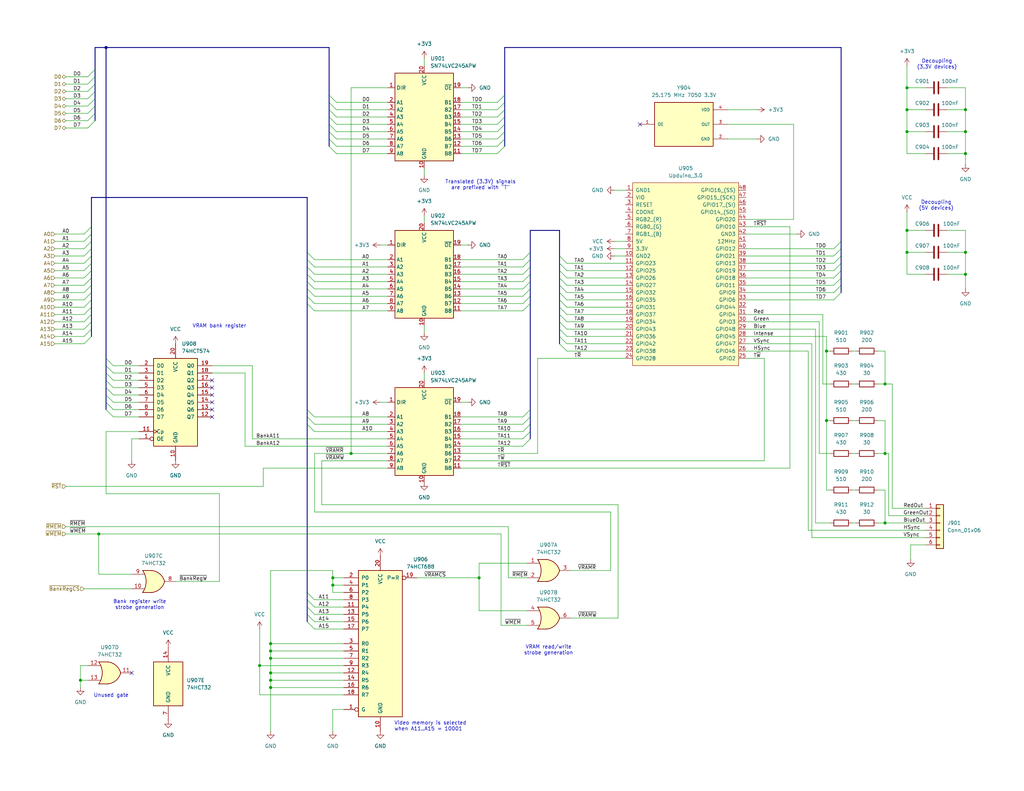
<source format=kicad_sch>
(kicad_sch (version 20250114) (generator "eeschema") (generator_version "9.0")
  (paper "User" 355.6 274.777)
  (title_block (title "FPGA Display Controller") (company "daveho hacks"))
  (text "Unused gate" (at 32.512 241.554 0) (effects (font (size 1.27 1.27)) (justify left)))
  (text "Translated (3.3V) signals\nare prefixed with \"T\"" (at 166.878 64.262 0) (effects (font (size 1.27 1.27))))
  (text "Video memory is selected\nwhen A11..A15 = 10001" (at 136.906 252.222 0) (effects (font (size 1.27 1.27)) (justify left)))
  (text "Bank register write\nstrobe generation" (at 48.514 210.058 0) (effects (font (size 1.27 1.27))))
  (text "Decoupling\n(5V devices)" (at 325.12 71.374 0) (effects (font (size 1.27 1.27))))
  (text "VRAM read/write\nstrobe generation" (at 190.5 225.806 0) (effects (font (size 1.27 1.27))))
  (text "VRAM bank register" (at 66.802 113.284 0) (effects (font (size 1.27 1.27)) (justify left)))
  (text "Decoupling\n(3.3V devices)" (at 325.374 22.352 0) (effects (font (size 1.27 1.27))))
  (junction (at 166.37 200.66))
  (junction (at 314.96 87.63))
  (junction (at 335.28 38.1))
  (junction (at 314.96 38.1))
  (junction (at 93.98 233.68))
  (junction (at 121.92 157.48))
  (junction (at 335.28 95.25))
  (junction (at 335.28 45.72))
  (junction (at 307.34 133.35))
  (junction (at 90.17 231.14))
  (junction (at 314.96 80.01))
  (junction (at 93.98 238.76))
  (junction (at 27.94 236.22))
  (junction (at 115.57 200.66))
  (junction (at 93.98 236.22))
  (junction (at 287.02 121.92))
  (junction (at 335.28 87.63))
  (junction (at 287.02 146.05))
  (junction (at 93.98 226.06))
  (junction (at 307.34 181.61))
  (junction (at 314.96 30.48))
  (junction (at 36.83 16.51))
  (junction (at 115.57 203.2))
  (junction (at 314.96 45.72))
  (junction (at 93.98 223.52))
  (junction (at 335.28 53.34))
  (junction (at 34.29 185.42))
  (junction (at 307.34 157.48))
  (junction (at 93.98 228.6))
  (no_connect (at 45.72 233.68))
  (no_connect (at 73.66 142.24))
  (no_connect (at 73.66 144.78))
  (no_connect (at 73.66 137.16))
  (no_connect (at 73.66 139.7))
  (no_connect (at 73.66 134.62))
  (no_connect (at 73.66 132.08))
  (no_connect (at 222.25 43.18))
  (bus_entry (at 29.21 93.98) (size 2.54 -2.54))
  (bus_entry (at 181.61 102.87) (size 2.54 -2.54))
  (bus_entry (at 29.21 99.06) (size 2.54 -2.54))
  (bus_entry (at 109.22 92.71) (size -2.54 -2.54))
  (bus_entry (at 116.84 35.56) (size -2.54 -2.54))
  (bus_entry (at 194.31 104.14) (size 2.54 2.54))
  (bus_entry (at 181.61 97.79) (size 2.54 -2.54))
  (bus_entry (at 172.72 40.64) (size 2.54 -2.54))
  (bus_entry (at 30.48 34.29) (size 2.54 -2.54))
  (bus_entry (at 172.72 45.72) (size 2.54 -2.54))
  (bus_entry (at 29.21 96.52) (size 2.54 -2.54))
  (bus_entry (at 106.68 210.82) (size 2.54 2.54))
  (bus_entry (at 30.48 31.75) (size 2.54 -2.54))
  (bus_entry (at 106.68 208.28) (size 2.54 2.54))
  (bus_entry (at 109.22 144.78) (size -2.54 -2.54))
  (bus_entry (at 29.21 81.28) (size 2.54 -2.54))
  (bus_entry (at 36.83 127) (size 2.54 2.54))
  (bus_entry (at 181.61 100.33) (size 2.54 -2.54))
  (bus_entry (at 29.21 111.76) (size 2.54 -2.54))
  (bus_entry (at 30.48 36.83) (size 2.54 -2.54))
  (bus_entry (at 116.84 53.34) (size -2.54 -2.54))
  (bus_entry (at 30.48 26.67) (size 2.54 -2.54))
  (bus_entry (at 109.22 149.86) (size -2.54 -2.54))
  (bus_entry (at 194.31 96.52) (size 2.54 2.54))
  (bus_entry (at 289.56 88.9) (size 2.54 -2.54))
  (bus_entry (at 116.84 40.64) (size -2.54 -2.54))
  (bus_entry (at 36.83 129.54) (size 2.54 2.54))
  (bus_entry (at 109.22 105.41) (size -2.54 -2.54))
  (bus_entry (at 36.83 134.62) (size 2.54 2.54))
  (bus_entry (at 106.68 205.74) (size 2.54 2.54))
  (bus_entry (at 36.83 132.08) (size 2.54 2.54))
  (bus_entry (at 194.31 99.06) (size 2.54 2.54))
  (bus_entry (at 172.72 53.34) (size 2.54 -2.54))
  (bus_entry (at 289.56 86.36) (size 2.54 -2.54))
  (bus_entry (at 181.61 152.4) (size 2.54 -2.54))
  (bus_entry (at 29.21 106.68) (size 2.54 -2.54))
  (bus_entry (at 172.72 48.26) (size 2.54 -2.54))
  (bus_entry (at 30.48 41.91) (size 2.54 -2.54))
  (bus_entry (at 29.21 109.22) (size 2.54 -2.54))
  (bus_entry (at 289.56 104.14) (size 2.54 -2.54))
  (bus_entry (at 29.21 88.9) (size 2.54 -2.54))
  (bus_entry (at 289.56 91.44) (size 2.54 -2.54))
  (bus_entry (at 116.84 45.72) (size -2.54 -2.54))
  (bus_entry (at 194.31 91.44) (size 2.54 2.54))
  (bus_entry (at 116.84 43.18) (size -2.54 -2.54))
  (bus_entry (at 194.31 116.84) (size 2.54 2.54))
  (bus_entry (at 289.56 93.98) (size 2.54 -2.54))
  (bus_entry (at 29.21 104.14) (size 2.54 -2.54))
  (bus_entry (at 36.83 137.16) (size 2.54 2.54))
  (bus_entry (at 194.31 106.68) (size 2.54 2.54))
  (bus_entry (at 194.31 119.38) (size 2.54 2.54))
  (bus_entry (at 172.72 43.18) (size 2.54 -2.54))
  (bus_entry (at 109.22 97.79) (size -2.54 -2.54))
  (bus_entry (at 181.61 90.17) (size 2.54 -2.54))
  (bus_entry (at 194.31 93.98) (size 2.54 2.54))
  (bus_entry (at 194.31 111.76) (size 2.54 2.54))
  (bus_entry (at 29.21 83.82) (size 2.54 -2.54))
  (bus_entry (at 116.84 48.26) (size -2.54 -2.54))
  (bus_entry (at 106.68 213.36) (size 2.54 2.54))
  (bus_entry (at 109.22 107.95) (size -2.54 -2.54))
  (bus_entry (at 194.31 109.22) (size 2.54 2.54))
  (bus_entry (at 29.21 116.84) (size 2.54 -2.54))
  (bus_entry (at 172.72 50.8) (size 2.54 -2.54))
  (bus_entry (at 289.56 101.6) (size 2.54 -2.54))
  (bus_entry (at 289.56 96.52) (size 2.54 -2.54))
  (bus_entry (at 172.72 38.1) (size 2.54 -2.54))
  (bus_entry (at 289.56 99.06) (size 2.54 -2.54))
  (bus_entry (at 116.84 50.8) (size -2.54 -2.54))
  (bus_entry (at 109.22 100.33) (size -2.54 -2.54))
  (bus_entry (at 181.61 149.86) (size 2.54 -2.54))
  (bus_entry (at 29.21 114.3) (size 2.54 -2.54))
  (bus_entry (at 194.31 114.3) (size 2.54 2.54))
  (bus_entry (at 29.21 119.38) (size 2.54 -2.54))
  (bus_entry (at 109.22 95.25) (size -2.54 -2.54))
  (bus_entry (at 30.48 39.37) (size 2.54 -2.54))
  (bus_entry (at 181.61 154.94) (size 2.54 -2.54))
  (bus_entry (at 181.61 144.78) (size 2.54 -2.54))
  (bus_entry (at 181.61 147.32) (size 2.54 -2.54))
  (bus_entry (at 29.21 101.6) (size 2.54 -2.54))
  (bus_entry (at 194.31 88.9) (size 2.54 2.54))
  (bus_entry (at 109.22 147.32) (size -2.54 -2.54))
  (bus_entry (at 30.48 44.45) (size 2.54 -2.54))
  (bus_entry (at 116.84 38.1) (size -2.54 -2.54))
  (bus_entry (at 109.22 102.87) (size -2.54 -2.54))
  (bus_entry (at 106.68 215.9) (size 2.54 2.54))
  (bus_entry (at 36.83 139.7) (size 2.54 2.54))
  (bus_entry (at 109.22 90.17) (size -2.54 -2.54))
  (bus_entry (at 36.83 124.46) (size 2.54 2.54))
  (bus_entry (at 194.31 101.6) (size 2.54 2.54))
  (bus_entry (at 181.61 105.41) (size 2.54 -2.54))
  (bus_entry (at 29.21 86.36) (size 2.54 -2.54))
  (bus_entry (at 181.61 107.95) (size 2.54 -2.54))
  (bus_entry (at 181.61 95.25) (size 2.54 -2.54))
  (bus_entry (at 29.21 91.44) (size 2.54 -2.54))
  (bus_entry (at 36.83 142.24) (size 2.54 2.54))
  (bus_entry (at 181.61 92.71) (size 2.54 -2.54))
  (bus_entry (at 30.48 29.21) (size 2.54 -2.54))
  (bus_entry (at 172.72 35.56) (size 2.54 -2.54))
  (wire (pts (xy 19.05 81.28) (xy 29.21 81.28)))
  (bus (pts (xy 33.02 31.75) (xy 33.02 29.21)))
  (wire (pts (xy 335.28 80.01) (xy 335.28 87.63)))
  (wire (pts (xy 304.8 121.92) (xy 307.34 121.92)))
  (bus (pts (xy 114.3 33.02) (xy 114.3 35.56)))
  (wire (pts (xy 307.34 157.48) (xy 304.8 157.48)))
  (wire (pts (xy 76.2 201.93) (xy 76.2 171.45)))
  (bus (pts (xy 292.1 91.44) (xy 292.1 93.98)))
  (bus (pts (xy 36.83 129.54) (xy 36.83 132.08)))
  (bus (pts (xy 292.1 88.9) (xy 292.1 91.44)))
  (wire (pts (xy 196.85 93.98) (xy 217.17 93.98)))
  (wire (pts (xy 109.22 177.8) (xy 109.22 157.48)))
  (wire (pts (xy 196.85 119.38) (xy 217.17 119.38)))
  (wire (pts (xy 259.08 81.28) (xy 276.86 81.28)))
  (wire (pts (xy 119.38 205.74) (xy 115.57 205.74)))
  (bus (pts (xy 184.15 149.86) (xy 184.15 147.32)))
  (wire (pts (xy 160.02 48.26) (xy 172.72 48.26)))
  (wire (pts (xy 160.02 139.7) (xy 162.56 139.7)))
  (wire (pts (xy 121.92 157.48) (xy 121.92 30.48)))
  (wire (pts (xy 160.02 107.95) (xy 181.61 107.95)))
  (bus (pts (xy 114.3 48.26) (xy 114.3 50.8)))
  (wire (pts (xy 116.84 50.8) (xy 134.62 50.8)))
  (wire (pts (xy 19.05 111.76) (xy 29.21 111.76)))
  (wire (pts (xy 288.29 170.18) (xy 287.02 170.18)))
  (wire (pts (xy 19.05 109.22) (xy 29.21 109.22)))
  (wire (pts (xy 115.57 198.12) (xy 115.57 200.66)))
  (bus (pts (xy 175.26 45.72) (xy 175.26 43.18)))
  (wire (pts (xy 308.61 179.07) (xy 321.31 179.07)))
  (wire (pts (xy 160.02 147.32) (xy 181.61 147.32)))
  (wire (pts (xy 262.89 48.26) (xy 252.73 48.26)))
  (wire (pts (xy 19.05 99.06) (xy 29.21 99.06)))
  (wire (pts (xy 285.75 133.35) (xy 288.29 133.35)))
  (wire (pts (xy 259.08 99.06) (xy 289.56 99.06)))
  (wire (pts (xy 321.31 95.25) (xy 314.96 95.25)))
  (wire (pts (xy 314.96 95.25) (xy 314.96 87.63)))
  (wire (pts (xy 109.22 100.33) (xy 134.62 100.33)))
  (wire (pts (xy 115.57 203.2) (xy 115.57 205.74)))
  (bus (pts (xy 33.02 16.51) (xy 36.83 16.51)))
  (wire (pts (xy 160.02 160.02) (xy 265.43 160.02)))
  (wire (pts (xy 87.63 152.4) (xy 134.62 152.4)))
  (bus (pts (xy 31.75 96.52) (xy 31.75 93.98)))
  (wire (pts (xy 147.32 60.96) (xy 147.32 58.42)))
  (wire (pts (xy 335.28 53.34) (xy 335.28 57.15)))
  (wire (pts (xy 160.02 53.34) (xy 172.72 53.34)))
  (wire (pts (xy 19.05 104.14) (xy 29.21 104.14)))
  (bus (pts (xy 33.02 39.37) (xy 33.02 36.83)))
  (bus (pts (xy 106.68 95.25) (xy 106.68 97.79)))
  (bus (pts (xy 194.31 88.9) (xy 194.31 80.01)))
  (bus (pts (xy 31.75 88.9) (xy 31.75 86.36)))
  (bus (pts (xy 31.75 106.68) (xy 31.75 104.14)))
  (bus (pts (xy 194.31 111.76) (xy 194.31 109.22)))
  (wire (pts (xy 116.84 53.34) (xy 134.62 53.34)))
  (bus (pts (xy 106.68 105.41) (xy 106.68 142.24)))
  (wire (pts (xy 147.32 20.32) (xy 147.32 22.86)))
  (wire (pts (xy 280.67 184.15) (xy 321.31 184.15)))
  (wire (pts (xy 19.05 114.3) (xy 29.21 114.3)))
  (wire (pts (xy 212.09 177.8) (xy 109.22 177.8)))
  (wire (pts (xy 314.96 45.72) (xy 314.96 38.1)))
  (wire (pts (xy 147.32 129.54) (xy 147.32 132.08)))
  (bus (pts (xy 31.75 83.82) (xy 31.75 81.28)))
  (wire (pts (xy 314.96 38.1) (xy 314.96 30.48)))
  (wire (pts (xy 213.36 86.36) (xy 217.17 86.36)))
  (wire (pts (xy 93.98 238.76) (xy 93.98 254)))
  (wire (pts (xy 73.66 127) (xy 87.63 127)))
  (wire (pts (xy 314.96 38.1) (xy 321.31 38.1)))
  (wire (pts (xy 307.34 133.35) (xy 309.88 133.35)))
  (wire (pts (xy 259.08 119.38) (xy 281.94 119.38)))
  (wire (pts (xy 19.05 106.68) (xy 29.21 106.68)))
  (bus (pts (xy 31.75 104.14) (xy 31.75 101.6)))
  (wire (pts (xy 314.96 45.72) (xy 321.31 45.72)))
  (wire (pts (xy 116.84 43.18) (xy 134.62 43.18)))
  (wire (pts (xy 307.34 121.92) (xy 307.34 133.35)))
  (bus (pts (xy 194.31 104.14) (xy 194.31 101.6)))
  (bus (pts (xy 194.31 109.22) (xy 194.31 106.68)))
  (wire (pts (xy 19.05 88.9) (xy 29.21 88.9)))
  (wire (pts (xy 328.93 45.72) (xy 335.28 45.72)))
  (wire (pts (xy 85.09 154.94) (xy 134.62 154.94)))
  (bus (pts (xy 33.02 26.67) (xy 33.02 24.13)))
  (bus (pts (xy 194.31 96.52) (xy 194.31 93.98)))
  (wire (pts (xy 259.08 116.84) (xy 287.02 116.84)))
  (bus (pts (xy 175.26 16.51) (xy 292.1 16.51)))
  (wire (pts (xy 295.91 157.48) (xy 297.18 157.48)))
  (wire (pts (xy 259.08 78.74) (xy 274.32 78.74)))
  (wire (pts (xy 34.29 199.39) (xy 34.29 185.42)))
  (wire (pts (xy 259.08 96.52) (xy 289.56 96.52)))
  (wire (pts (xy 34.29 185.42) (xy 173.99 185.42)))
  (wire (pts (xy 166.37 195.58) (xy 182.88 195.58)))
  (wire (pts (xy 196.85 116.84) (xy 217.17 116.84)))
  (wire (pts (xy 22.86 168.91) (xy 91.44 168.91)))
  (wire (pts (xy 259.08 93.98) (xy 289.56 93.98)))
  (wire (pts (xy 287.02 121.92) (xy 288.29 121.92)))
  (wire (pts (xy 109.22 92.71) (xy 134.62 92.71)))
  (wire (pts (xy 198.12 198.12) (xy 212.09 198.12)))
  (bus (pts (xy 292.1 16.51) (xy 292.1 83.82)))
  (wire (pts (xy 93.98 228.6) (xy 93.98 233.68)))
  (bus (pts (xy 36.83 134.62) (xy 36.83 137.16)))
  (wire (pts (xy 93.98 223.52) (xy 93.98 226.06)))
  (wire (pts (xy 109.22 105.41) (xy 134.62 105.41)))
  (bus (pts (xy 184.15 95.25) (xy 184.15 92.71)))
  (bus (pts (xy 36.83 132.08) (xy 36.83 134.62)))
  (wire (pts (xy 119.38 241.3) (xy 90.17 241.3)))
  (wire (pts (xy 259.08 86.36) (xy 289.56 86.36)))
  (wire (pts (xy 160.02 43.18) (xy 172.72 43.18)))
  (wire (pts (xy 160.02 157.48) (xy 186.69 157.48)))
  (wire (pts (xy 93.98 226.06) (xy 119.38 226.06)))
  (wire (pts (xy 275.59 43.18) (xy 252.73 43.18)))
  (bus (pts (xy 292.1 83.82) (xy 292.1 86.36)))
  (wire (pts (xy 109.22 213.36) (xy 119.38 213.36)))
  (bus (pts (xy 36.83 137.16) (xy 36.83 139.7)))
  (bus (pts (xy 194.31 116.84) (xy 194.31 114.3)))
  (wire (pts (xy 213.36 66.04) (xy 217.17 66.04)))
  (wire (pts (xy 116.84 35.56) (xy 134.62 35.56)))
  (bus (pts (xy 33.02 34.29) (xy 33.02 31.75)))
  (wire (pts (xy 166.37 200.66) (xy 166.37 212.09)))
  (wire (pts (xy 76.2 171.45) (xy 36.83 171.45)))
  (wire (pts (xy 22.86 39.37) (xy 30.48 39.37)))
  (bus (pts (xy 175.26 50.8) (xy 175.26 48.26)))
  (wire (pts (xy 160.02 97.79) (xy 181.61 97.79)))
  (wire (pts (xy 45.72 199.39) (xy 34.29 199.39)))
  (wire (pts (xy 111.76 175.26) (xy 111.76 160.02)))
  (bus (pts (xy 114.3 16.51) (xy 114.3 33.02)))
  (wire (pts (xy 160.02 100.33) (xy 181.61 100.33)))
  (wire (pts (xy 335.28 38.1) (xy 335.28 45.72)))
  (wire (pts (xy 36.83 171.45) (xy 36.83 149.86)))
  (wire (pts (xy 19.05 93.98) (xy 29.21 93.98)))
  (wire (pts (xy 316.23 189.23) (xy 316.23 194.31)))
  (wire (pts (xy 285.75 109.22) (xy 285.75 133.35)))
  (wire (pts (xy 87.63 127) (xy 87.63 152.4)))
  (bus (pts (xy 106.68 102.87) (xy 106.68 105.41)))
  (bus (pts (xy 106.68 68.58) (xy 106.68 87.63)))
  (bus (pts (xy 33.02 29.21) (xy 33.02 26.67)))
  (wire (pts (xy 196.85 96.52) (xy 217.17 96.52)))
  (wire (pts (xy 109.22 102.87) (xy 134.62 102.87)))
  (bus (pts (xy 31.75 93.98) (xy 31.75 91.44)))
  (wire (pts (xy 60.96 201.93) (xy 76.2 201.93)))
  (wire (pts (xy 93.98 226.06) (xy 93.98 228.6)))
  (wire (pts (xy 109.22 149.86) (xy 134.62 149.86)))
  (wire (pts (xy 45.72 152.4) (xy 45.72 160.02)))
  (wire (pts (xy 39.37 129.54) (xy 48.26 129.54)))
  (wire (pts (xy 160.02 40.64) (xy 172.72 40.64)))
  (wire (pts (xy 281.94 119.38) (xy 281.94 186.69)))
  (bus (pts (xy 184.15 92.71) (xy 184.15 90.17)))
  (wire (pts (xy 283.21 114.3) (xy 283.21 181.61)))
  (bus (pts (xy 36.83 16.51) (xy 114.3 16.51)))
  (wire (pts (xy 213.36 88.9) (xy 217.17 88.9)))
  (wire (pts (xy 321.31 189.23) (xy 316.23 189.23)))
  (wire (pts (xy 321.31 53.34) (xy 314.96 53.34)))
  (bus (pts (xy 36.83 124.46) (xy 36.83 127)))
  (wire (pts (xy 314.96 87.63) (xy 314.96 80.01)))
  (bus (pts (xy 184.15 90.17) (xy 184.15 87.63)))
  (wire (pts (xy 93.98 198.12) (xy 93.98 223.52)))
  (bus (pts (xy 114.3 40.64) (xy 114.3 43.18)))
  (wire (pts (xy 22.86 182.88) (xy 176.53 182.88)))
  (wire (pts (xy 259.08 109.22) (xy 285.75 109.22)))
  (wire (pts (xy 36.83 149.86) (xy 48.26 149.86)))
  (bus (pts (xy 184.15 87.63) (xy 184.15 80.01)))
  (wire (pts (xy 259.08 91.44) (xy 289.56 91.44)))
  (wire (pts (xy 335.28 45.72) (xy 335.28 53.34)))
  (bus (pts (xy 31.75 78.74) (xy 31.75 68.58)))
  (wire (pts (xy 119.38 246.38) (xy 115.57 246.38)))
  (bus (pts (xy 184.15 102.87) (xy 184.15 100.33)))
  (bus (pts (xy 194.31 119.38) (xy 194.31 116.84)))
  (bus (pts (xy 184.15 147.32) (xy 184.15 144.78)))
  (wire (pts (xy 295.91 170.18) (xy 297.18 170.18)))
  (wire (pts (xy 73.66 129.54) (xy 85.09 129.54)))
  (wire (pts (xy 93.98 236.22) (xy 119.38 236.22)))
  (wire (pts (xy 328.93 30.48) (xy 335.28 30.48)))
  (bus (pts (xy 31.75 109.22) (xy 31.75 111.76)))
  (wire (pts (xy 22.86 26.67) (xy 30.48 26.67)))
  (wire (pts (xy 176.53 182.88) (xy 176.53 200.66)))
  (wire (pts (xy 19.05 101.6) (xy 29.21 101.6)))
  (wire (pts (xy 160.02 162.56) (xy 274.32 162.56)))
  (bus (pts (xy 31.75 101.6) (xy 31.75 99.06)))
  (wire (pts (xy 321.31 80.01) (xy 314.96 80.01)))
  (bus (pts (xy 31.75 109.22) (xy 31.75 106.68)))
  (wire (pts (xy 196.85 114.3) (xy 217.17 114.3)))
  (wire (pts (xy 259.08 104.14) (xy 289.56 104.14)))
  (wire (pts (xy 295.91 121.92) (xy 297.18 121.92)))
  (bus (pts (xy 194.31 101.6) (xy 194.31 99.06)))
  (wire (pts (xy 147.32 115.57) (xy 147.32 113.03)))
  (wire (pts (xy 173.99 217.17) (xy 173.99 185.42)))
  (wire (pts (xy 22.86 36.83) (xy 30.48 36.83)))
  (wire (pts (xy 328.93 80.01) (xy 335.28 80.01)))
  (wire (pts (xy 19.05 83.82) (xy 29.21 83.82)))
  (wire (pts (xy 19.05 96.52) (xy 29.21 96.52)))
  (bus (pts (xy 194.31 114.3) (xy 194.31 111.76)))
  (bus (pts (xy 292.1 93.98) (xy 292.1 96.52)))
  (bus (pts (xy 184.15 144.78) (xy 184.15 142.24)))
  (wire (pts (xy 335.28 30.48) (xy 335.28 38.1)))
  (bus (pts (xy 114.3 35.56) (xy 114.3 38.1)))
  (wire (pts (xy 186.69 124.46) (xy 186.69 157.48)))
  (wire (pts (xy 335.28 95.25) (xy 335.28 100.33)))
  (wire (pts (xy 160.02 95.25) (xy 181.61 95.25)))
  (bus (pts (xy 114.3 43.18) (xy 114.3 45.72)))
  (bus (pts (xy 106.68 142.24) (xy 106.68 144.78)))
  (wire (pts (xy 160.02 45.72) (xy 172.72 45.72)))
  (bus (pts (xy 175.26 38.1) (xy 175.26 35.56)))
  (bus (pts (xy 184.15 105.41) (xy 184.15 102.87)))
  (wire (pts (xy 121.92 157.48) (xy 134.62 157.48)))
  (wire (pts (xy 116.84 45.72) (xy 134.62 45.72)))
  (wire (pts (xy 252.73 38.1) (xy 262.89 38.1)))
  (wire (pts (xy 93.98 233.68) (xy 119.38 233.68)))
  (wire (pts (xy 160.02 90.17) (xy 181.61 90.17)))
  (wire (pts (xy 307.34 170.18) (xy 307.34 181.61)))
  (wire (pts (xy 116.84 40.64) (xy 134.62 40.64)))
  (bus (pts (xy 106.68 92.71) (xy 106.68 95.25)))
  (wire (pts (xy 39.37 134.62) (xy 48.26 134.62)))
  (wire (pts (xy 19.05 116.84) (xy 29.21 116.84)))
  (wire (pts (xy 328.93 95.25) (xy 335.28 95.25)))
  (wire (pts (xy 93.98 228.6) (xy 119.38 228.6)))
  (bus (pts (xy 106.68 208.28) (xy 106.68 210.82)))
  (bus (pts (xy 31.75 68.58) (xy 106.68 68.58)))
  (bus (pts (xy 106.68 147.32) (xy 106.68 205.74)))
  (wire (pts (xy 39.37 144.78) (xy 48.26 144.78)))
  (wire (pts (xy 304.8 146.05) (xy 307.34 146.05)))
  (wire (pts (xy 109.22 215.9) (xy 119.38 215.9)))
  (wire (pts (xy 160.02 144.78) (xy 181.61 144.78)))
  (wire (pts (xy 314.96 53.34) (xy 314.96 45.72)))
  (wire (pts (xy 39.37 139.7) (xy 48.26 139.7)))
  (bus (pts (xy 194.31 99.06) (xy 194.31 96.52)))
  (wire (pts (xy 39.37 127) (xy 48.26 127)))
  (wire (pts (xy 22.86 31.75) (xy 30.48 31.75)))
  (wire (pts (xy 259.08 88.9) (xy 289.56 88.9)))
  (wire (pts (xy 109.22 144.78) (xy 134.62 144.78)))
  (wire (pts (xy 214.63 214.63) (xy 214.63 175.26)))
  (wire (pts (xy 196.85 106.68) (xy 217.17 106.68)))
  (wire (pts (xy 275.59 76.2) (xy 275.59 43.18)))
  (wire (pts (xy 109.22 218.44) (xy 119.38 218.44)))
  (wire (pts (xy 109.22 210.82) (xy 119.38 210.82)))
  (wire (pts (xy 27.94 231.14) (xy 27.94 236.22)))
  (wire (pts (xy 307.34 146.05) (xy 307.34 157.48)))
  (wire (pts (xy 287.02 121.92) (xy 287.02 146.05)))
  (wire (pts (xy 19.05 119.38) (xy 29.21 119.38)))
  (wire (pts (xy 119.38 231.14) (xy 90.17 231.14)))
  (wire (pts (xy 109.22 95.25) (xy 134.62 95.25)))
  (wire (pts (xy 109.22 208.28) (xy 119.38 208.28)))
  (wire (pts (xy 160.02 152.4) (xy 181.61 152.4)))
  (bus (pts (xy 106.68 87.63) (xy 106.68 90.17)))
  (wire (pts (xy 48.26 152.4) (xy 45.72 152.4)))
  (wire (pts (xy 90.17 231.14) (xy 90.17 218.44)))
  (wire (pts (xy 328.93 53.34) (xy 335.28 53.34)))
  (bus (pts (xy 31.75 111.76) (xy 31.75 114.3)))
  (wire (pts (xy 22.86 41.91) (xy 30.48 41.91)))
  (wire (pts (xy 307.34 133.35) (xy 304.8 133.35)))
  (bus (pts (xy 175.26 43.18) (xy 175.26 40.64)))
  (wire (pts (xy 132.08 85.09) (xy 134.62 85.09)))
  (wire (pts (xy 160.02 35.56) (xy 172.72 35.56)))
  (wire (pts (xy 115.57 203.2) (xy 119.38 203.2)))
  (bus (pts (xy 175.26 40.64) (xy 175.26 38.1)))
  (bus (pts (xy 184.15 142.24) (xy 184.15 105.41)))
  (wire (pts (xy 116.84 38.1) (xy 134.62 38.1)))
  (wire (pts (xy 287.02 116.84) (xy 287.02 121.92)))
  (wire (pts (xy 160.02 154.94) (xy 181.61 154.94)))
  (bus (pts (xy 36.83 16.51) (xy 36.83 124.46)))
  (wire (pts (xy 314.96 22.86) (xy 314.96 30.48)))
  (wire (pts (xy 288.29 146.05) (xy 287.02 146.05)))
  (bus (pts (xy 175.26 35.56) (xy 175.26 33.02)))
  (wire (pts (xy 314.96 73.66) (xy 314.96 80.01)))
  (wire (pts (xy 287.02 170.18) (xy 287.02 146.05)))
  (wire (pts (xy 160.02 102.87) (xy 181.61 102.87)))
  (bus (pts (xy 175.26 33.02) (xy 175.26 16.51)))
  (wire (pts (xy 328.93 38.1) (xy 335.28 38.1)))
  (wire (pts (xy 307.34 157.48) (xy 308.61 157.48)))
  (wire (pts (xy 22.86 34.29) (xy 30.48 34.29)))
  (wire (pts (xy 93.98 223.52) (xy 119.38 223.52)))
  (wire (pts (xy 335.28 87.63) (xy 335.28 95.25)))
  (wire (pts (xy 196.85 111.76) (xy 217.17 111.76)))
  (wire (pts (xy 280.67 121.92) (xy 280.67 184.15)))
  (wire (pts (xy 284.48 157.48) (xy 284.48 111.76)))
  (wire (pts (xy 27.94 236.22) (xy 30.48 236.22)))
  (wire (pts (xy 214.63 175.26) (xy 111.76 175.26)))
  (wire (pts (xy 198.12 214.63) (xy 214.63 214.63)))
  (wire (pts (xy 147.32 74.93) (xy 147.32 77.47)))
  (wire (pts (xy 284.48 111.76) (xy 259.08 111.76)))
  (wire (pts (xy 39.37 137.16) (xy 48.26 137.16)))
  (wire (pts (xy 259.08 121.92) (xy 280.67 121.92)))
  (bus (pts (xy 33.02 36.83) (xy 33.02 34.29)))
  (wire (pts (xy 265.43 160.02) (xy 265.43 124.46)))
  (wire (pts (xy 109.22 90.17) (xy 134.62 90.17)))
  (wire (pts (xy 307.34 181.61) (xy 304.8 181.61)))
  (wire (pts (xy 121.92 30.48) (xy 134.62 30.48)))
  (wire (pts (xy 321.31 30.48) (xy 314.96 30.48)))
  (wire (pts (xy 22.86 29.21) (xy 30.48 29.21)))
  (wire (pts (xy 284.48 157.48) (xy 288.29 157.48)))
  (wire (pts (xy 93.98 233.68) (xy 93.98 236.22)))
  (wire (pts (xy 217.17 124.46) (xy 186.69 124.46)))
  (wire (pts (xy 132.08 139.7) (xy 134.62 139.7)))
  (wire (pts (xy 39.37 132.08) (xy 48.26 132.08)))
  (wire (pts (xy 259.08 101.6) (xy 289.56 101.6)))
  (wire (pts (xy 93.98 238.76) (xy 119.38 238.76)))
  (bus (pts (xy 184.15 80.01) (xy 194.31 80.01)))
  (wire (pts (xy 274.32 78.74) (xy 274.32 162.56)))
  (wire (pts (xy 160.02 92.71) (xy 181.61 92.71)))
  (wire (pts (xy 109.22 97.79) (xy 134.62 97.79)))
  (wire (pts (xy 196.85 91.44) (xy 217.17 91.44)))
  (bus (pts (xy 175.26 48.26) (xy 175.26 45.72)))
  (wire (pts (xy 309.88 176.53) (xy 321.31 176.53)))
  (wire (pts (xy 176.53 200.66) (xy 182.88 200.66)))
  (wire (pts (xy 259.08 76.2) (xy 275.59 76.2)))
  (bus (pts (xy 106.68 100.33) (xy 106.68 102.87)))
  (bus (pts (xy 31.75 99.06) (xy 31.75 96.52)))
  (bus (pts (xy 194.31 93.98) (xy 194.31 91.44)))
  (bus (pts (xy 106.68 97.79) (xy 106.68 100.33)))
  (wire (pts (xy 196.85 109.22) (xy 217.17 109.22)))
  (bus (pts (xy 194.31 106.68) (xy 194.31 104.14)))
  (bus (pts (xy 31.75 91.44) (xy 31.75 88.9)))
  (bus (pts (xy 36.83 139.7) (xy 36.83 142.24)))
  (wire (pts (xy 85.09 129.54) (xy 85.09 154.94)))
  (wire (pts (xy 39.37 142.24) (xy 48.26 142.24)))
  (wire (pts (xy 19.05 86.36) (xy 29.21 86.36)))
  (wire (pts (xy 173.99 217.17) (xy 182.88 217.17)))
  (wire (pts (xy 22.86 185.42) (xy 34.29 185.42)))
  (bus (pts (xy 292.1 99.06) (xy 292.1 101.6)))
  (wire (pts (xy 314.96 87.63) (xy 321.31 87.63)))
  (wire (pts (xy 90.17 241.3) (xy 90.17 231.14)))
  (wire (pts (xy 115.57 246.38) (xy 115.57 254)))
  (wire (pts (xy 160.02 85.09) (xy 162.56 85.09)))
  (bus (pts (xy 184.15 97.79) (xy 184.15 95.25)))
  (bus (pts (xy 106.68 210.82) (xy 106.68 213.36)))
  (wire (pts (xy 182.88 212.09) (xy 166.37 212.09)))
  (bus (pts (xy 36.83 127) (xy 36.83 129.54)))
  (wire (pts (xy 45.72 204.47) (xy 29.21 204.47)))
  (bus (pts (xy 106.68 213.36) (xy 106.68 215.9)))
  (bus (pts (xy 292.1 96.52) (xy 292.1 99.06)))
  (wire (pts (xy 265.43 124.46) (xy 259.08 124.46)))
  (bus (pts (xy 31.75 86.36) (xy 31.75 83.82)))
  (wire (pts (xy 93.98 236.22) (xy 93.98 238.76)))
  (wire (pts (xy 309.88 133.35) (xy 309.88 176.53)))
  (wire (pts (xy 283.21 181.61) (xy 288.29 181.61)))
  (wire (pts (xy 91.44 162.56) (xy 134.62 162.56)))
  (bus (pts (xy 106.68 90.17) (xy 106.68 92.71)))
  (wire (pts (xy 308.61 157.48) (xy 308.61 179.07)))
  (wire (pts (xy 27.94 236.22) (xy 27.94 238.76)))
  (bus (pts (xy 31.75 81.28) (xy 31.75 78.74)))
  (bus (pts (xy 33.02 41.91) (xy 33.02 39.37)))
  (wire (pts (xy 30.48 231.14) (xy 27.94 231.14)))
  (wire (pts (xy 160.02 50.8) (xy 172.72 50.8)))
  (bus (pts (xy 194.31 91.44) (xy 194.31 88.9)))
  (wire (pts (xy 295.91 181.61) (xy 297.18 181.61)))
  (wire (pts (xy 116.84 48.26) (xy 134.62 48.26)))
  (wire (pts (xy 307.34 181.61) (xy 321.31 181.61)))
  (bus (pts (xy 292.1 86.36) (xy 292.1 88.9)))
  (wire (pts (xy 160.02 38.1) (xy 172.72 38.1)))
  (wire (pts (xy 196.85 99.06) (xy 217.17 99.06)))
  (bus (pts (xy 114.3 38.1) (xy 114.3 40.64)))
  (bus (pts (xy 31.75 114.3) (xy 31.75 116.84)))
  (bus (pts (xy 33.02 24.13) (xy 33.02 16.51)))
  (bus (pts (xy 114.3 45.72) (xy 114.3 48.26)))
  (wire (pts (xy 109.22 107.95) (xy 134.62 107.95)))
  (wire (pts (xy 295.91 133.35) (xy 297.18 133.35)))
  (wire (pts (xy 196.85 104.14) (xy 217.17 104.14)))
  (wire (pts (xy 295.91 146.05) (xy 297.18 146.05)))
  (wire (pts (xy 328.93 87.63) (xy 335.28 87.63)))
  (wire (pts (xy 115.57 200.66) (xy 119.38 200.66)))
  (wire (pts (xy 115.57 200.66) (xy 115.57 203.2)))
  (bus (pts (xy 184.15 100.33) (xy 184.15 97.79)))
  (wire (pts (xy 19.05 91.44) (xy 29.21 91.44)))
  (wire (pts (xy 144.78 200.66) (xy 166.37 200.66)))
  (wire (pts (xy 22.86 44.45) (xy 30.48 44.45)))
  (wire (pts (xy 281.94 186.69) (xy 321.31 186.69)))
  (bus (pts (xy 106.68 144.78) (xy 106.68 147.32)))
  (wire (pts (xy 109.22 157.48) (xy 121.92 157.48)))
  (wire (pts (xy 115.57 198.12) (xy 93.98 198.12)))
  (wire (pts (xy 259.08 114.3) (xy 283.21 114.3)))
  (wire (pts (xy 166.37 200.66) (xy 166.37 195.58)))
  (wire (pts (xy 196.85 121.92) (xy 217.17 121.92)))
  (wire (pts (xy 304.8 170.18) (xy 307.34 170.18)))
  (bus (pts (xy 106.68 205.74) (xy 106.68 208.28)))
  (wire (pts (xy 212.09 198.12) (xy 212.09 177.8)))
  (wire (pts (xy 213.36 83.82) (xy 217.17 83.82)))
  (wire (pts (xy 160.02 149.86) (xy 181.61 149.86)))
  (wire (pts (xy 91.44 168.91) (xy 91.44 162.56)))
  (wire (pts (xy 160.02 30.48) (xy 162.56 30.48)))
  (wire (pts (xy 111.76 160.02) (xy 134.62 160.02)))
  (wire (pts (xy 160.02 105.41) (xy 181.61 105.41)))
  (wire (pts (xy 196.85 101.6) (xy 217.17 101.6)))
  (bus (pts (xy 184.15 152.4) (xy 184.15 149.86)))
  (wire (pts (xy 109.22 147.32) (xy 134.62 147.32)))
  (label "TA12" (at 199.39 121.92 0))
  (label "RedOut" (at 313.69 176.53 0))
  (label "TA6" (at 172.72 105.41 0))
  (label "~{RMEM}" (at 24.13 182.88 0))
  (label "D0" (at 125.73 35.56 0))
  (label "HSync" (at 313.69 184.15 0))
  (label "T~{R}" (at 199.39 124.46 0))
  (label "A0" (at 21.59 81.28 0))
  (label "A13" (at 21.59 114.3 0))
  (label "A2" (at 125.73 95.25 0))
  (label "Green" (at 261.62 111.76 0))
  (label "~{VRAMCS}" (at 147.32 200.66 0))
  (label "D5" (at 43.18 139.7 0))
  (label "TA8" (at 199.39 111.76 0))
  (label "A15" (at 21.59 119.38 0))
  (label "TD0" (at 283.21 86.36 0))
  (label "D3" (at 25.4 34.29 0))
  (label "A3" (at 21.59 88.9 0))
  (label "TA7" (at 199.39 109.22 0))
  (label "D4" (at 125.73 45.72 0))
  (label "A10" (at 21.59 106.68 0))
  (label "TD7" (at 283.21 104.14 0))
  (label "A5" (at 125.73 102.87 0))
  (label "D1" (at 43.18 129.54 0))
  (label "TA5" (at 199.39 104.14 0))
  (label "TA10" (at 199.39 116.84 0))
  (label "D2" (at 125.73 40.64 0))
  (label "TA0" (at 199.39 91.44 0))
  (label "TA11" (at 172.72 152.4 0))
  (label "TA11" (at 199.39 119.38 0))
  (label "T~{R}" (at 172.72 157.48 0))
  (label "TD2" (at 283.21 91.44 0))
  (label "D2" (at 43.18 132.08 0))
  (label "VSync" (at 261.62 119.38 0))
  (label "TA8" (at 172.72 144.78 0))
  (label "D0" (at 43.18 127 0))
  (label "~{VRAMR}" (at 200.66 198.12 0))
  (label "TD1" (at 283.21 88.9 0))
  (label "TA9" (at 172.72 147.32 0))
  (label "A5" (at 21.59 93.98 0))
  (label "TA4" (at 199.39 101.6 0))
  (label "D1" (at 125.73 38.1 0))
  (label "TD2" (at 163.83 40.64 0))
  (label "TA2" (at 199.39 96.52 0))
  (label "~{WMEM}" (at 175.26 217.17 0))
  (label "A9" (at 125.73 147.32 0))
  (label "A8" (at 21.59 101.6 0))
  (label "A13" (at 114.3 213.36 180))
  (label "A0" (at 125.73 90.17 0))
  (label "A8" (at 125.73 144.78 0))
  (label "D6" (at 125.73 50.8 0))
  (label "Intense" (at 261.62 116.84 0))
  (label "A11" (at 114.3 208.28 180))
  (label "A7" (at 21.59 99.06 0))
  (label "TA3" (at 199.39 99.06 0))
  (label "D6" (at 25.4 41.91 0))
  (label "HSync" (at 261.62 121.92 0))
  (label "TA9" (at 199.39 114.3 0))
  (label "BankA12" (at 88.9 154.94 0))
  (label "D0" (at 25.4 26.67 0))
  (label "TA2" (at 172.72 95.25 0))
  (label "TA1" (at 199.39 93.98 0))
  (label "TD5" (at 163.83 48.26 0))
  (label "TD6" (at 283.21 101.6 0))
  (label "A9" (at 21.59 104.14 0))
  (label "D5" (at 125.73 48.26 0))
  (label "A6" (at 21.59 96.52 0))
  (label "A12" (at 21.59 111.76 0))
  (label "T~{RST}" (at 261.62 78.74 0))
  (label "TD3" (at 163.83 43.18 0))
  (label "T~{W}" (at 172.72 160.02 0))
  (label "TA4" (at 172.72 100.33 0))
  (label "BankA11" (at 88.9 152.4 0))
  (label "TD3" (at 283.21 93.98 0))
  (label "~{VRAMW}" (at 113.03 160.02 0))
  (label "TA3" (at 172.72 97.79 0))
  (label "A14" (at 114.3 215.9 180))
  (label "TA0" (at 172.72 90.17 0))
  (label "~{VRAMR}" (at 113.03 157.48 0))
  (label "D5" (at 25.4 39.37 0))
  (label "T~{RST}" (at 172.72 162.56 0))
  (label "A1" (at 21.59 83.82 0))
  (label "A6" (at 125.73 105.41 0))
  (label "A2" (at 21.59 86.36 0))
  (label "A11" (at 21.59 109.22 0))
  (label "D4" (at 25.4 36.83 0))
  (label "T~{W}" (at 261.62 124.46 0))
  (label "Blue" (at 261.62 114.3 0))
  (label "D1" (at 25.4 29.21 0))
  (label "TD5" (at 283.21 99.06 0))
  (label "TA1" (at 172.72 92.71 0))
  (label "A3" (at 125.73 97.79 0))
  (label "D4" (at 43.18 137.16 0))
  (label "TD7" (at 163.83 53.34 0))
  (label "TA7" (at 172.72 107.95 0))
  (label "TA12" (at 172.72 154.94 0))
  (label "TA5" (at 172.72 102.87 0))
  (label "A12" (at 114.3 210.82 180))
  (label "~{RMEM}" (at 177.8 200.66 0))
  (label "Red" (at 261.62 109.22 0))
  (label "TA6" (at 199.39 106.68 0))
  (label "TD0" (at 163.83 35.56 0))
  (label "VSync" (at 313.69 186.69 0))
  (label "TA10" (at 172.72 149.86 0))
  (label "~{WMEM}" (at 24.13 185.42 0))
  (label "A15" (at 114.3 218.44 180))
  (label "D3" (at 43.18 134.62 0))
  (label "TD4" (at 283.21 96.52 0))
  (label "TD4" (at 163.83 45.72 0))
  (label "A10" (at 125.73 149.86 0))
  (label "A4" (at 125.73 100.33 0))
  (label "GreenOut" (at 313.69 179.07 0))
  (label "D7" (at 125.73 53.34 0))
  (label "TD6" (at 163.83 50.8 0))
  (label "BlueOut" (at 313.69 181.61 0))
  (label "D3" (at 125.73 43.18 0))
  (label "A14" (at 21.59 116.84 0))
  (label "~{VRAMW}" (at 200.66 214.63 0))
  (label "D2" (at 25.4 31.75 0))
  (label "D7" (at 25.4 44.45 0))
  (label "A1" (at 125.73 92.71 0))
  (label "A7" (at 125.73 107.95 0))
  (label "~{BankRegW}" (at 62.23 201.93 0))
  (label "A4" (at 21.59 91.44 0))
  (label "D7" (at 43.18 144.78 0))
  (label "D6" (at 43.18 142.24 0))
  (label "TD1" (at 163.83 38.1 0))
  (hierarchical_label "A2" (shape input) (at 19.05 86.36 180))
  (hierarchical_label "D4" (shape bidirectional) (at 22.86 36.83 180))
  (hierarchical_label "~{WMEM}" (shape input) (at 22.86 185.42 180))
  (hierarchical_label "~{RMEM}" (shape input) (at 22.86 182.88 180))
  (hierarchical_label "D5" (shape bidirectional) (at 22.86 39.37 180))
  (hierarchical_label "A8" (shape input) (at 19.05 101.6 180))
  (hierarchical_label "A1" (shape input) (at 19.05 83.82 180))
  (hierarchical_label "D2" (shape bidirectional) (at 22.86 31.75 180))
  (hierarchical_label "D7" (shape bidirectional) (at 22.86 44.45 180))
  (hierarchical_label "A9" (shape input) (at 19.05 104.14 180))
  (hierarchical_label "A6" (shape input) (at 19.05 96.52 180))
  (hierarchical_label "D0" (shape bidirectional) (at 22.86 26.67 180))
  (hierarchical_label "~{RST}" (shape input) (at 22.86 168.91 180))
  (hierarchical_label "A13" (shape input) (at 19.05 114.3 180))
  (hierarchical_label "~{BankRegCS}" (shape input) (at 29.21 204.47 180))
  (hierarchical_label "A14" (shape input) (at 19.05 116.84 180))
  (hierarchical_label "A0" (shape input) (at 19.05 81.28 180))
  (hierarchical_label "A4" (shape input) (at 19.05 91.44 180))
  (hierarchical_label "A3" (shape input) (at 19.05 88.9 180))
  (hierarchical_label "D1" (shape bidirectional) (at 22.86 29.21 180))
  (hierarchical_label "A5" (shape input) (at 19.05 93.98 180))
  (hierarchical_label "A11" (shape input) (at 19.05 109.22 180))
  (hierarchical_label "A7" (shape input) (at 19.05 99.06 180))
  (hierarchical_label "D6" (shape bidirectional) (at 22.86 41.91 180))
  (hierarchical_label "A10" (shape input) (at 19.05 106.68 180))
  (hierarchical_label "A12" (shape input) (at 19.05 111.76 180))
  (hierarchical_label "A15" (shape input) (at 19.05 119.38 180))
  (hierarchical_label "D3" (shape bidirectional) (at 22.86 34.29 180))
  (symbol (lib_id "power:+3V3") (at 132.08 85.09 90) (unit 1)
    (property "Reference" "#PWR01" (effects (hide yes)))
    (property "Value" "+3V3" (at 128.27 85.0899 90) (effects (justify left)))
  )
  (symbol (lib_id "power:GND") (at 162.56 85.09 90) (unit 1)
    (property "Reference" "#PWR034" (effects (hide yes)))
    (property "Value" "GND" (at 166.37 85.0899 90) (effects (justify right)))
    (property "Description" "Power symbol creates a global label with name \"GND\" , ground" (effects (hide yes)))
  )
  (symbol (lib_id "power:+3V3") (at 147.32 129.54 0) (unit 1)
    (property "Reference" "#PWR031" (effects (hide yes)))
    (property "Value" "+3V3" (at 147.32 124.46 0))
  )
  (symbol (lib_id "power:+3V3") (at 213.36 86.36 90) (unit 1)
    (property "Reference" "#PWR041" (effects (hide yes)))
    (property "Value" "+3V3" (at 209.55 86.3599 90) (effects (justify left)))
  )
  (symbol (lib_id "Device:R") (at 300.99 157.48 90) (unit 1)
    (property "Reference" "R908" (at 300.99 151.13 90))
    (property "Value" "30" (at 300.99 153.67 90))
    (property "Description" "Resistor" (effects (hide yes)))
  )
  (symbol (lib_id "Logic_LevelTranslator:SN74LVC245APW") (at 147.32 149.86 0) (unit 1)
    (property "Reference" "U903" (at 149.4633 129.54 0) (effects (justify left)))
    (property "Value" "SN74LVC245APW" (at 149.4633 132.08 0) (effects (justify left)))
    (property "Footprint" "Package_SO:TSSOP-20_4.4x6.5mm_P0.65mm" (effects (hide yes)))
    (property "Datasheet" "https://www.ti.com/lit/ds/scas218x/scas218x.pdf" (effects (hide yes)))
    (property "Description" "8-Bit Single-Supply Bus Transceiver With 5V tolerant input voltage and 3-State Outputs 24mA, TSSOP-20" (effects (hide yes)))
  )
  (symbol (lib_id "Device:C") (at 325.12 30.48 90) (unit 1)
    (property "Reference" "C901" (at 320.294 28.194 90))
    (property "Value" "100nF" (at 329.946 28.194 90))
    (property "Description" "Unpolarized capacitor" (effects (hide yes)))
  )
  (symbol (lib_id "Device:R") (at 300.99 170.18 90) (unit 1)
    (property "Reference" "R910" (at 300.99 163.83 90))
    (property "Value" "200" (at 300.99 166.37 90))
    (property "Description" "Resistor" (effects (hide yes)))
  )
  (symbol (lib_id "Device:R") (at 292.1 157.48 90) (unit 1)
    (property "Reference" "R907" (at 292.1 151.13 90))
    (property "Value" "430" (at 292.1 153.67 90))
    (property "Description" "Resistor" (effects (hide yes)))
  )
  (symbol (lib_id "power:GND") (at 213.36 88.9 270) (unit 1)
    (property "Reference" "#PWR043" (effects (hide yes)))
    (property "Value" "GND" (at 209.55 88.8999 90) (effects (justify right)))
    (property "Description" "Power symbol creates a global label with name \"GND\" , ground" (effects (hide yes)))
  )
  (symbol (lib_id "power:GND") (at 335.28 57.15 0) (unit 1)
    (property "Reference" "#PWR055" (effects (hide yes)))
    (property "Value" "GND" (at 335.28 62.23 0))
    (property "Description" "Power symbol creates a global label with name \"GND\" , ground" (effects (hide yes)))
  )
  (symbol (lib_id "74xx:74LS32") (at 190.5 198.12 0) (unit 1)
    (property "Reference" "U907" (at 190.5 189.23 0))
    (property "Value" "74HCT32" (at 190.5 191.77 0))
  )
  (symbol (lib_id "Device:R") (at 292.1 181.61 90) (unit 1)
    (property "Reference" "R911" (at 292.1 175.26 90))
    (property "Value" "430" (at 292.1 177.8 90))
    (property "Description" "Resistor" (effects (hide yes)))
  )
  (symbol (lib_id "Device:C") (at 325.12 45.72 90) (unit 1)
    (property "Reference" "C903" (at 320.294 43.434 90))
    (property "Value" "100nF" (at 329.946 43.434 90))
    (property "Description" "Unpolarized capacitor" (effects (hide yes)))
  )
  (symbol (lib_id "power:VCC") (at 132.08 193.04 0) (unit 1)
    (property "Reference" "#PWR044" (effects (hide yes)))
    (property "Value" "VCC" (at 132.08 187.96 0))
    (property "Description" "Power symbol creates a global label with name \"VCC\"" (effects (hide yes)))
  )
  (symbol (lib_id "Device:C") (at 325.12 53.34 90) (unit 1)
    (property "Reference" "C904" (at 320.294 51.054 90))
    (property "Value" "100nF" (at 329.946 51.054 90))
    (property "Description" "Unpolarized capacitor" (effects (hide yes)))
  )
  (symbol (lib_id "power:GND") (at 213.36 66.04 270) (unit 1)
    (property "Reference" "#PWR040" (effects (hide yes)))
    (property "Value" "GND" (at 209.55 66.0399 90) (effects (justify right)))
    (property "Description" "Power symbol creates a global label with name \"GND\" , ground" (effects (hide yes)))
  )
  (symbol (lib_id "74xx:74LS32") (at 38.1 233.68 0) (unit 4)
    (property "Reference" "U907" (at 38.1 224.79 0))
    (property "Value" "74HCT32" (at 38.1 227.33 0))
  )
  (symbol (lib_id "power:GND") (at 147.32 60.96 0) (unit 1)
    (property "Reference" "#PWR028" (effects (hide yes)))
    (property "Value" "GND" (at 147.32 66.04 0))
    (property "Description" "Power symbol creates a global label with name \"GND\" , ground" (effects (hide yes)))
  )
  (symbol (lib_id "Logic_LevelTranslator:SN74LVC245APW") (at 147.32 95.25 0) (unit 1)
    (property "Reference" "U902" (at 149.4633 74.93 0) (effects (justify left)))
    (property "Value" "SN74LVC245APW" (at 149.4633 77.47 0) (effects (justify left)))
    (property "Footprint" "Package_SO:TSSOP-20_4.4x6.5mm_P0.65mm" (effects (hide yes)))
    (property "Datasheet" "https://www.ti.com/lit/ds/scas218x/scas218x.pdf" (effects (hide yes)))
    (property "Description" "8-Bit Single-Supply Bus Transceiver With 5V tolerant input voltage and 3-State Outputs 24mA, TSSOP-20" (effects (hide yes)))
  )
  (symbol (lib_id "power:GND") (at 276.86 81.28 90) (unit 1)
    (property "Reference" "#PWR046" (effects (hide yes)))
    (property "Value" "GND" (at 280.67 81.2801 90) (effects (justify right)))
    (property "Description" "Power symbol creates a global label with name \"GND\" , ground" (effects (hide yes)))
  )
  (symbol (lib_id "power:+3V3") (at 147.32 74.93 0) (unit 1)
    (property "Reference" "#PWR029" (effects (hide yes)))
    (property "Value" "+3V3" (at 147.32 69.85 0))
  )
  (symbol (lib_id "74xx:74LS688") (at 132.08 223.52 0) (unit 1)
    (property "Reference" "U906" (at 146.05 194.2398 0))
    (property "Value" "74HCT688" (at 146.05 196.7798 0))
  )
  (symbol (lib_id "power:GND") (at 93.98 254 0) (unit 1)
    (property "Reference" "#PWR051" (effects (hide yes)))
    (property "Value" "GND" (at 93.98 259.08 0))
    (property "Description" "Power symbol creates a global label with name \"GND\" , ground" (effects (hide yes)))
  )
  (symbol (lib_id "74xx:74LS32") (at 190.5 214.63 0) (unit 2)
    (property "Reference" "U907" (at 190.5 205.74 0))
    (property "Value" "74HCT32" (at 190.5 208.28 0))
  )
  (symbol (lib_id "Device:R") (at 292.1 133.35 90) (unit 1)
    (property "Reference" "R903" (at 292.1 127 90))
    (property "Value" "430" (at 292.1 129.54 90))
    (property "Description" "Resistor" (effects (hide yes)))
  )
  (symbol (lib_id "Device:C") (at 325.12 38.1 90) (unit 1)
    (property "Reference" "C902" (at 320.294 35.814 90))
    (property "Value" "100nF" (at 329.946 35.814 90))
    (property "Description" "Unpolarized capacitor" (effects (hide yes)))
  )
  (symbol (lib_name "GND_1") (lib_id "power:GND") (at 45.72 160.02 0) (unit 1)
    (property "Reference" "#PWR053" (effects (hide yes)))
    (property "Value" "GND" (at 45.72 165.1 0))
  )
  (symbol (lib_id "Device:R") (at 300.99 146.05 90) (unit 1)
    (property "Reference" "R906" (at 300.99 139.7 90))
    (property "Value" "200" (at 300.99 142.24 90))
    (property "Description" "Resistor" (effects (hide yes)))
  )
  (symbol (lib_id "Device:R") (at 300.99 181.61 90) (unit 1)
    (property "Reference" "R912" (at 300.99 175.26 90))
    (property "Value" "30" (at 300.99 177.8 90))
    (property "Description" "Resistor" (effects (hide yes)))
  )
  (symbol (lib_name "GND_1") (lib_id "power:GND") (at 60.96 160.02 0) (unit 1)
    (property "Reference" "#PWR054" (effects (hide yes)))
    (property "Value" "GND" (at 60.96 165.1 0))
  )
  (symbol (lib_id "power:+3V3") (at 147.32 20.32 0) (unit 1)
    (property "Reference" "#PWR027" (effects (hide yes)))
    (property "Value" "+3V3" (at 147.32 15.24 0))
  )
  (symbol (lib_id "power:VCC") (at 90.17 218.44 0) (unit 1)
    (property "Reference" "#PWR050" (effects (hide yes)))
    (property "Value" "VCC" (at 90.17 213.36 0))
    (property "Description" "Power symbol creates a global label with name \"VCC\"" (effects (hide yes)))
  )
  (symbol (lib_id "power:GND") (at 162.56 139.7 90) (unit 1)
    (property "Reference" "#PWR035" (effects (hide yes)))
    (property "Value" "GND" (at 166.37 139.6999 90) (effects (justify right)))
    (property "Description" "Power symbol creates a global label with name \"GND\" , ground" (effects (hide yes)))
  )
  (symbol (lib_id "SIT8208AI-8F-33E-14.745600Y:SIT8208AI-8F-33E-14.745600Y") (at 237.49 43.18 0) (unit 1)
    (property "Reference" "Y904" (at 237.49 30.48 0))
    (property "Value" "25.175 MHz 7050 3.3V" (at 237.49 33.02 0))
    (property "Footprint" "SIT8208AI-8F-33E-14.745600Y:OSC_SIT8208AI-8F-33E-14.745600Y" (effects (hide yes)))
    (property "MF" "SiTime" (effects (hide yes)))
    (property "MAXIMUM_PACKAGE_HEIGHT" "1.0 mm" (effects (hide yes)))
    (property "Package" "NON STANDARD-4 Rochester Electronics" (effects (hide yes)))
    (property "Price" "None" (effects (hide yes)))
    (property "Check_prices" "https://www.snapeda.com/parts/SIT8208AI-8F-33E-14.745600Y/SiTime/view-part/?ref=eda" (effects (hide yes)))
    (property "STANDARD" "Manufacturer Recommendations" (effects (hide yes)))
    (property "PARTREV" "NA" (effects (hide yes)))
    (property "SnapEDA_Link" "https://www.snapeda.com/parts/SIT8208AI-8F-33E-14.745600Y/SiTime/view-part/?ref=snap" (effects (hide yes)))
    (property "MP" "SIT8208AI-8F-33E-14.745600Y" (effects (hide yes)))
    (property "Description_1" "\n14.7456 MHz XO (Standard) LVCMOS, LVTTL Oscillator 3.3V Enable/Disable 4-SMD, No Lead\n" (effects (hide yes)))
    (property "Availability" "In Stock" (effects (hide yes)))
    (property "MANUFACTURER" "SITIME" (effects (hide yes)))
  )
  (symbol (lib_id "Device:R") (at 300.99 121.92 90) (unit 1)
    (property "Reference" "R902" (at 300.99 115.57 90))
    (property "Value" "200" (at 300.99 118.11 90))
    (property "Description" "Resistor" (effects (hide yes)))
  )
  (symbol (lib_id "74xx:74LS32") (at 53.34 201.93 0) (unit 3)
    (property "Reference" "U907" (at 53.34 193.04 0))
    (property "Value" "74HCT32" (at 53.34 195.58 0))
  )
  (symbol (lib_id "power:GND") (at 147.32 167.64 0) (unit 1)
    (property "Reference" "#PWR032" (effects (hide yes)))
    (property "Value" "GND" (at 147.32 172.72 0))
    (property "Description" "Power symbol creates a global label with name \"GND\" , ground" (effects (hide yes)))
  )
  (symbol (lib_id "Upduino_3.0:Upduino_3.0") (at 238.76 60.96 0) (unit 1)
    (property "Reference" "U905" (at 238.125 58.42 0))
    (property "Value" "Upduino_3.0" (at 238.125 60.96 0))
  )
  (symbol (lib_id "power:GND") (at 262.89 48.26 90) (unit 1)
    (property "Reference" "#PWR045" (effects (hide yes)))
    (property "Value" "GND" (at 266.7 48.2601 90) (effects (justify right)))
    (property "Description" "Power symbol creates a global label with name \"GND\" , ground" (effects (hide yes)))
  )
  (symbol (lib_id "74xx:74LS574") (at 60.96 139.7 0) (unit 1)
    (property "Reference" "U908" (at 63.1033 119.38 0) (effects (justify left)))
    (property "Value" "74HCT574" (at 63.1033 121.92 0) (effects (justify left)))
  )
  (symbol (lib_id "power:VCC") (at 314.96 73.66 0) (unit 1)
    (property "Reference" "#PWR056" (effects (hide yes)))
    (property "Value" "VCC" (at 314.96 68.58 0))
    (property "Description" "Power symbol creates a global label with name \"VCC\"" (effects (hide yes)))
  )
  (symbol (lib_name "GND_2") (lib_id "power:GND") (at 27.94 238.76 0) (unit 1)
    (property "Reference" "#PWR036" (effects (hide yes)))
    (property "Value" "GND" (at 27.94 243.84 0))
  )
  (symbol (lib_id "Device:R") (at 300.99 133.35 90) (unit 1)
    (property "Reference" "R904" (at 300.99 127 90))
    (property "Value" "30" (at 300.99 129.54 90))
    (property "Description" "Resistor" (effects (hide yes)))
  )
  (symbol (lib_name "GND_2") (lib_id "power:GND") (at 58.42 250.19 0) (unit 1)
    (property "Reference" "#PWR038" (effects (hide yes)))
    (property "Value" "GND" (at 58.42 255.27 0))
  )
  (symbol (lib_id "Device:R") (at 292.1 170.18 90) (unit 1)
    (property "Reference" "R909" (at 292.1 163.83 90))
    (property "Value" "510" (at 292.1 166.37 90))
    (property "Description" "Resistor" (effects (hide yes)))
  )
  (symbol (lib_id "power:VCC") (at 213.36 83.82 90) (unit 1)
    (property "Reference" "#PWR042" (effects (hide yes)))
    (property "Value" "VCC" (at 209.55 83.8199 90) (effects (justify left)))
    (property "Description" "Power symbol creates a global label with name \"VCC\"" (effects (hide yes)))
  )
  (symbol (lib_id "Device:C") (at 325.12 87.63 90) (unit 1)
    (property "Reference" "C907" (at 320.294 85.344 90))
    (property "Value" "100nF" (at 330.454 85.344 90))
    (property "Description" "Unpolarized capacitor" (effects (hide yes)))
  )
  (symbol (lib_id "power:+3V3") (at 314.96 22.86 0) (unit 1)
    (property "Reference" "#PWR039" (effects (hide yes)))
    (property "Value" "+3V3" (at 314.96 17.78 0))
  )
  (symbol (lib_id "power:+3V3") (at 262.89 38.1 270) (unit 1)
    (property "Reference" "#PWR047" (effects (hide yes)))
    (property "Value" "+3V3" (at 266.7 38.0999 90) (effects (justify left)))
  )
  (symbol (lib_id "power:GND") (at 115.57 254 0) (unit 1)
    (property "Reference" "#PWR052" (effects (hide yes)))
    (property "Value" "GND" (at 115.57 259.08 0))
    (property "Description" "Power symbol creates a global label with name \"GND\" , ground" (effects (hide yes)))
  )
  (symbol (lib_id "Logic_LevelTranslator:SN74LVC245APW") (at 147.32 40.64 0) (unit 1)
    (property "Reference" "U901" (at 149.4633 20.32 0) (effects (justify left)))
    (property "Value" "SN74LVC245APW" (at 149.4633 22.86 0) (effects (justify left)))
    (property "Footprint" "Package_SO:TSSOP-20_4.4x6.5mm_P0.65mm" (effects (hide yes)))
    (property "Datasheet" "https://www.ti.com/lit/ds/scas218x/scas218x.pdf" (effects (hide yes)))
    (property "Description" "8-Bit Single-Supply Bus Transceiver With 5V tolerant input voltage and 3-State Outputs 24mA, TSSOP-20" (effects (hide yes)))
  )
  (symbol (lib_id "Device:R") (at 292.1 121.92 90) (unit 1)
    (property "Reference" "R901" (at 292.1 115.57 90))
    (property "Value" "510" (at 292.1 118.11 90))
    (property "Description" "Resistor" (effects (hide yes)))
  )
  (symbol (lib_id "power:GND") (at 162.56 30.48 90) (unit 1)
    (property "Reference" "#PWR033" (effects (hide yes)))
    (property "Value" "GND" (at 166.37 30.4799 90) (effects (justify right)))
    (property "Description" "Power symbol creates a global label with name \"GND\" , ground" (effects (hide yes)))
  )
  (symbol (lib_id "power:+3V3") (at 132.08 139.7 90) (unit 1)
    (property "Reference" "#PWR04" (effects (hide yes)))
    (property "Value" "+3V3" (at 128.27 139.6999 90) (effects (justify left)))
  )
  (symbol (lib_id "power:VCC") (at 58.42 224.79 0) (unit 1)
    (property "Reference" "#PWR037" (effects (hide yes)))
    (property "Value" "VCC" (at 58.42 219.71 0))
    (property "Description" "Power symbol creates a global label with name \"VCC\"" (effects (hide yes)))
  )
  (symbol (lib_id "power:VCC") (at 60.96 119.38 0) (unit 1)
    (property "Reference" "#PWR058" (effects (hide yes)))
    (property "Value" "VCC" (at 60.96 114.3 0))
    (property "Description" "Power symbol creates a global label with name \"VCC\"" (effects (hide yes)))
  )
  (symbol (lib_id "power:GND") (at 147.32 115.57 0) (unit 1)
    (property "Reference" "#PWR030" (effects (hide yes)))
    (property "Value" "GND" (at 147.32 120.65 0))
    (property "Description" "Power symbol creates a global label with name \"GND\" , ground" (effects (hide yes)))
  )
  (symbol (lib_id "Connector_Generic:Conn_01x06") (at 326.39 181.61 0) (unit 1)
    (property "Reference" "J901" (at 328.93 181.6099 0) (effects (justify left)))
    (property "Value" "Conn_01x06" (at 328.93 184.1499 0) (effects (justify left)))
    (property "Description" "Generic connector, single row, 01x06, script generated (kicad-library-utils/schlib/autogen/connector/)" (effects (hide yes)))
  )
  (symbol (lib_id "power:GND") (at 316.23 194.31 0) (unit 1)
    (property "Reference" "#PWR049" (effects (hide yes)))
    (property "Value" "GND" (at 316.23 199.39 0))
    (property "Description" "Power symbol creates a global label with name \"GND\" , ground" (effects (hide yes)))
  )
  (symbol (lib_id "74xx:74LS32") (at 58.42 237.49 0) (unit 5)
    (property "Reference" "U907" (at 64.77 236.2199 0) (effects (justify left)))
    (property "Value" "74HCT32" (at 64.77 238.7599 0) (effects (justify left)))
  )
  (symbol (lib_id "Device:C") (at 325.12 95.25 90) (unit 1)
    (property "Reference" "C908" (at 320.294 92.964 90))
    (property "Value" "100nF" (at 330.454 92.964 90))
    (property "Description" "Unpolarized capacitor" (effects (hide yes)))
  )
  (symbol (lib_id "Device:C") (at 325.12 80.01 90) (unit 1)
    (property "Reference" "C906" (at 320.294 77.724 90))
    (property "Value" "100nF" (at 330.454 77.724 90))
    (property "Description" "Unpolarized capacitor" (effects (hide yes)))
  )
  (symbol (lib_id "power:GND") (at 132.08 254 0) (unit 1)
    (property "Reference" "#PWR048" (effects (hide yes)))
    (property "Value" "GND" (at 132.08 259.08 0))
    (property "Description" "Power symbol creates a global label with name \"GND\" , ground" (effects (hide yes)))
  )
  (symbol (lib_id "Device:R") (at 292.1 146.05 90) (unit 1)
    (property "Reference" "R905" (at 292.1 139.7 90))
    (property "Value" "510" (at 292.1 142.24 90))
    (property "Description" "Resistor" (effects (hide yes)))
  )
  (symbol (lib_id "power:GND") (at 335.28 100.33 0) (unit 1)
    (property "Reference" "#PWR057" (effects (hide yes)))
    (property "Value" "GND" (at 335.28 105.41 0))
    (property "Description" "Power symbol creates a global label with name \"GND\" , ground" (effects (hide yes)))
  )
)
</source>
